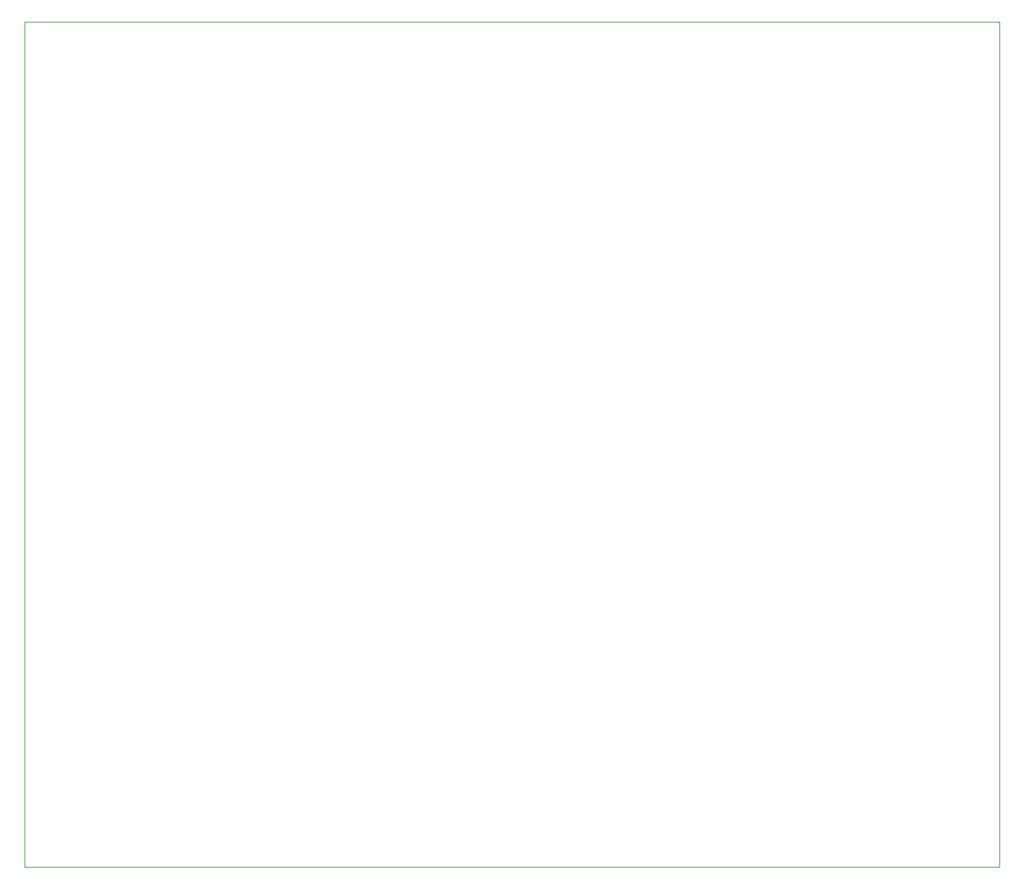
<source format=gbr>
%TF.GenerationSoftware,KiCad,Pcbnew,9.0.0*%
%TF.CreationDate,2025-04-09T20:53:35+02:00*%
%TF.ProjectId,schema,73636865-6d61-42e6-9b69-6361645f7063,rev?*%
%TF.SameCoordinates,Original*%
%TF.FileFunction,Profile,NP*%
%FSLAX46Y46*%
G04 Gerber Fmt 4.6, Leading zero omitted, Abs format (unit mm)*
G04 Created by KiCad (PCBNEW 9.0.0) date 2025-04-09 20:53:35*
%MOMM*%
%LPD*%
G01*
G04 APERTURE LIST*
%TA.AperFunction,Profile*%
%ADD10C,0.050000*%
%TD*%
G04 APERTURE END LIST*
D10*
X118000000Y-49000000D02*
X239000000Y-49000000D01*
X239000000Y-154000000D01*
X118000000Y-154000000D01*
X118000000Y-49000000D01*
M02*

</source>
